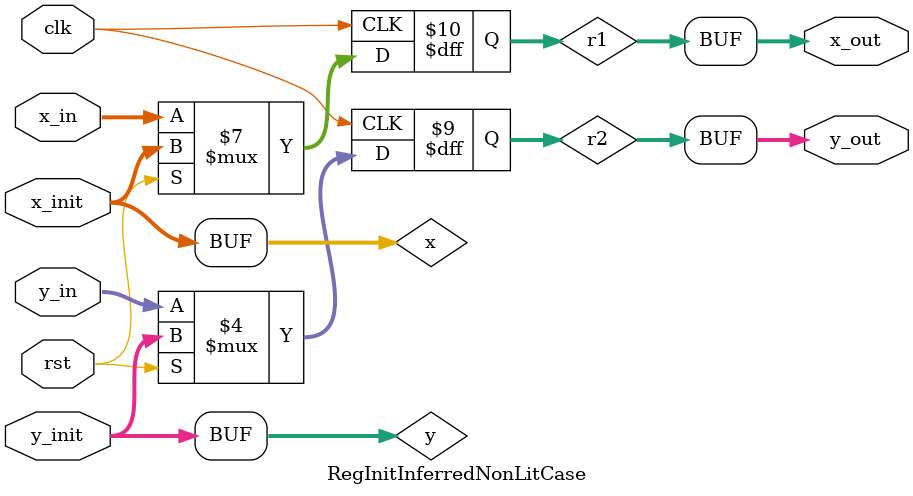
<source format=v>
module RegInitInferredNonLitCase (
  input        clk,
  input        rst,
  input  [2:0] x_init,
  input  [7:0] y_init,
  input  [2:0] x_in,
  input  [7:0] y_in,
  output [2:0] x_out,
  output [7:0] y_out
);
  wire [2:0] x;
  wire [7:0] y;
  reg  [2:0] r1;
  reg  [7:0] r2;
  assign x_out = r1;
  assign y_out = r2;
  assign x = x_init;
  assign y = y_init;
  always @(posedge clk) begin
    if (rst) begin
      r1 <= x;
    end
    else begin
      r1 <= x_in;
    end
  end
  always @(posedge clk) begin
    if (rst) begin
      r2 <= y;
    end
    else begin
      r2 <= y_in;
    end
  end
endmodule

</source>
